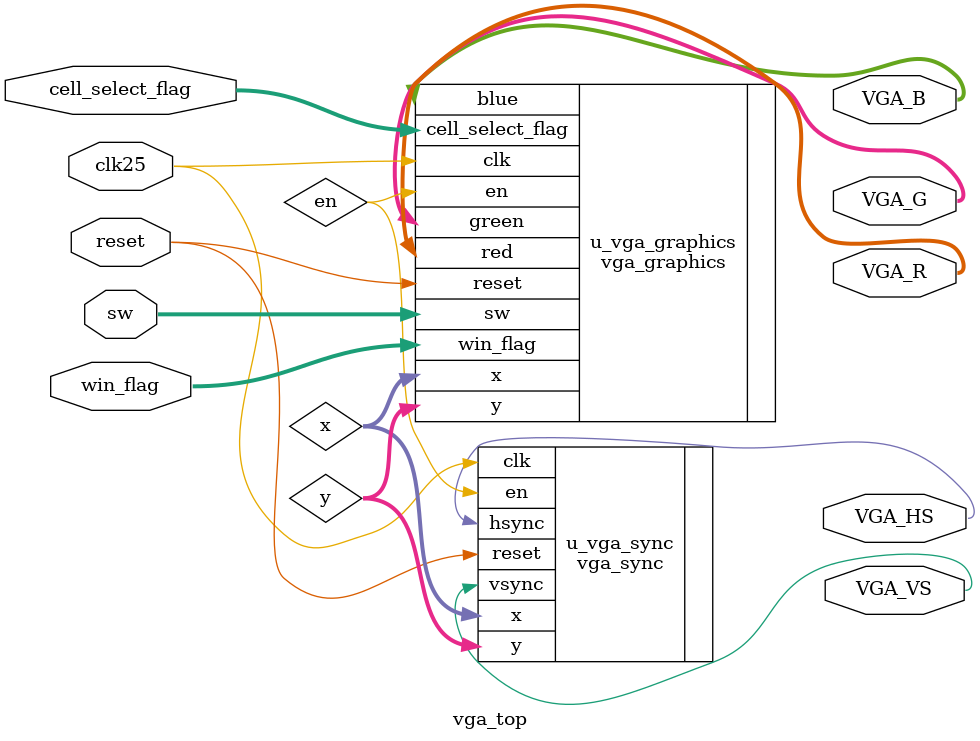
<source format=v>
module vga_top (
    input  wire       clk25,
    input  wire       reset,
    input  wire [17:0] sw,
    input  wire [8:0] cell_select_flag,
    input  wire [1:0]  win_flag,
    output wire       VGA_HS,
    output wire       VGA_VS,
    output wire [3:0] VGA_R,
    output wire [3:0] VGA_G,
    output wire [3:0] VGA_B
);

    // Internal signals
    wire [9:0] x, y;
    wire en;
    
    // VGA sync generator
    vga_sync u_vga_sync (
        .clk(clk25),
        .reset(reset),
        .x(x),
        .y(y),
        .hsync(VGA_HS),
        .vsync(VGA_VS),
        .en(en)
    );
    
    // VGA graphics generator
    vga_graphics u_vga_graphics (
        .clk(clk25),
        .reset(reset),
        .x(x),
        .y(y),
        .en(en),
        .sw(sw),
        .cell_select_flag(cell_select_flag),
        .win_flag         (win_flag), 
        .red(VGA_R),
        .green(VGA_G),
        .blue(VGA_B)
    );

endmodule
</source>
